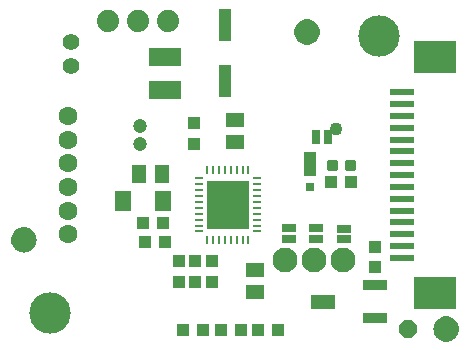
<source format=gts>
G75*
%MOIN*%
%OFA0B0*%
%FSLAX25Y25*%
%IPPOS*%
%LPD*%
%AMOC8*
5,1,8,0,0,1.08239X$1,22.5*
%
%ADD10C,0.13780*%
%ADD11C,0.04331*%
%ADD12R,0.04252X0.04134*%
%ADD13R,0.03937X0.11024*%
%ADD14R,0.07874X0.03543*%
%ADD15R,0.07874X0.05118*%
%ADD16R,0.03937X0.04331*%
%ADD17R,0.04134X0.04252*%
%ADD18C,0.00500*%
%ADD19R,0.07874X0.02402*%
%ADD20R,0.14173X0.10551*%
%ADD21C,0.07400*%
%ADD22C,0.06299*%
%ADD23C,0.05600*%
%ADD24R,0.03150X0.00984*%
%ADD25R,0.00984X0.03150*%
%ADD26R,0.14370X0.16339*%
%ADD27R,0.10630X0.06299*%
%ADD28R,0.04331X0.07874*%
%ADD29R,0.03150X0.03150*%
%ADD30R,0.05512X0.07087*%
%ADD31R,0.05118X0.05906*%
%ADD32C,0.04724*%
%ADD33R,0.05906X0.05118*%
%ADD34R,0.04331X0.03937*%
%ADD35C,0.00875*%
%ADD36R,0.02500X0.05000*%
%ADD37R,0.05000X0.02500*%
%ADD38OC8,0.06000*%
%ADD39C,0.08268*%
D10*
X0084052Y0087644D03*
X0193698Y0180164D03*
D11*
X0179327Y0149140D03*
D12*
X0132128Y0151119D03*
X0132128Y0144229D03*
X0132513Y0105078D03*
X0137913Y0105078D03*
X0137913Y0098188D03*
X0132513Y0098188D03*
X0127013Y0098188D03*
X0127013Y0105078D03*
D13*
X0142553Y0165260D03*
X0142553Y0183764D03*
D14*
X0192516Y0097093D03*
X0192516Y0086070D03*
D15*
X0175194Y0091581D03*
D16*
X0147760Y0082233D03*
X0141067Y0082233D03*
X0134960Y0082233D03*
X0128267Y0082233D03*
D17*
X0153268Y0082233D03*
X0160158Y0082233D03*
X0122458Y0111333D03*
X0115568Y0111333D03*
X0114968Y0117833D03*
X0121858Y0117833D03*
X0177668Y0131633D03*
X0184558Y0131633D03*
D18*
X0214145Y0085843D02*
X0213583Y0085449D01*
X0213097Y0084964D01*
X0212704Y0084402D01*
X0212414Y0083780D01*
X0212236Y0083117D01*
X0212176Y0082433D01*
X0212236Y0081750D01*
X0212414Y0081087D01*
X0212704Y0080465D01*
X0213097Y0079903D01*
X0213583Y0079417D01*
X0214145Y0079024D01*
X0214767Y0078734D01*
X0215430Y0078556D01*
X0216113Y0078496D01*
X0216797Y0078556D01*
X0217460Y0078734D01*
X0218082Y0079024D01*
X0218644Y0079417D01*
X0219129Y0079903D01*
X0219523Y0080465D01*
X0219813Y0081087D01*
X0219990Y0081750D01*
X0220050Y0082433D01*
X0219990Y0083117D01*
X0219813Y0083780D01*
X0219523Y0084402D01*
X0219129Y0084964D01*
X0218644Y0085449D01*
X0218082Y0085843D01*
X0217460Y0086133D01*
X0216797Y0086311D01*
X0216113Y0086370D01*
X0215430Y0086311D01*
X0214767Y0086133D01*
X0214145Y0085843D01*
X0214089Y0085804D02*
X0218138Y0085804D01*
X0218788Y0085305D02*
X0213438Y0085305D01*
X0212987Y0084807D02*
X0219239Y0084807D01*
X0219567Y0084308D02*
X0212660Y0084308D01*
X0212427Y0083810D02*
X0219799Y0083810D01*
X0219938Y0083311D02*
X0212288Y0083311D01*
X0212209Y0082812D02*
X0220017Y0082812D01*
X0220040Y0082314D02*
X0212187Y0082314D01*
X0212230Y0081815D02*
X0219996Y0081815D01*
X0219874Y0081317D02*
X0212352Y0081317D01*
X0212539Y0080818D02*
X0219688Y0080818D01*
X0219421Y0080320D02*
X0212805Y0080320D01*
X0213179Y0079821D02*
X0219048Y0079821D01*
X0218509Y0079323D02*
X0213718Y0079323D01*
X0214572Y0078824D02*
X0217654Y0078824D01*
X0216828Y0086302D02*
X0215398Y0086302D01*
X0171682Y0178024D02*
X0172244Y0178417D01*
X0172729Y0178903D01*
X0173123Y0179465D01*
X0173413Y0180087D01*
X0173590Y0180750D01*
X0173650Y0181433D01*
X0173590Y0182117D01*
X0173413Y0182780D01*
X0173123Y0183402D01*
X0172729Y0183964D01*
X0172244Y0184449D01*
X0171682Y0184843D01*
X0171060Y0185133D01*
X0170397Y0185311D01*
X0169713Y0185370D01*
X0169030Y0185311D01*
X0168367Y0185133D01*
X0167745Y0184843D01*
X0167183Y0184449D01*
X0166697Y0183964D01*
X0166304Y0183402D01*
X0166014Y0182780D01*
X0165836Y0182117D01*
X0165776Y0181433D01*
X0165836Y0180750D01*
X0166014Y0180087D01*
X0166304Y0179465D01*
X0166697Y0178903D01*
X0167183Y0178417D01*
X0167745Y0178024D01*
X0168367Y0177734D01*
X0169030Y0177556D01*
X0169713Y0177496D01*
X0170397Y0177556D01*
X0171060Y0177734D01*
X0171682Y0178024D01*
X0171688Y0178028D02*
X0167739Y0178028D01*
X0167073Y0178527D02*
X0172353Y0178527D01*
X0172815Y0179025D02*
X0166612Y0179025D01*
X0166276Y0179524D02*
X0173150Y0179524D01*
X0173383Y0180022D02*
X0166044Y0180022D01*
X0165897Y0180521D02*
X0173529Y0180521D01*
X0173614Y0181019D02*
X0165812Y0181019D01*
X0165784Y0181518D02*
X0173643Y0181518D01*
X0173599Y0182016D02*
X0165827Y0182016D01*
X0165943Y0182515D02*
X0173484Y0182515D01*
X0173304Y0183013D02*
X0166123Y0183013D01*
X0166381Y0183512D02*
X0173046Y0183512D01*
X0172683Y0184010D02*
X0166744Y0184010D01*
X0167268Y0184509D02*
X0172159Y0184509D01*
X0171329Y0185007D02*
X0168097Y0185007D01*
X0169332Y0177530D02*
X0170094Y0177530D01*
X0078723Y0114202D02*
X0079013Y0113580D01*
X0079190Y0112917D01*
X0079250Y0112233D01*
X0079190Y0111550D01*
X0079013Y0110887D01*
X0078723Y0110265D01*
X0078329Y0109703D01*
X0077844Y0109217D01*
X0077282Y0108824D01*
X0076660Y0108534D01*
X0075997Y0108356D01*
X0075313Y0108296D01*
X0074630Y0108356D01*
X0073967Y0108534D01*
X0073345Y0108824D01*
X0072783Y0109217D01*
X0072297Y0109703D01*
X0071904Y0110265D01*
X0071614Y0110887D01*
X0071436Y0111550D01*
X0071376Y0112233D01*
X0071436Y0112917D01*
X0071614Y0113580D01*
X0071904Y0114202D01*
X0072297Y0114764D01*
X0072783Y0115249D01*
X0073345Y0115643D01*
X0073967Y0115933D01*
X0074630Y0116111D01*
X0075313Y0116170D01*
X0075997Y0116111D01*
X0076660Y0115933D01*
X0077282Y0115643D01*
X0077844Y0115249D01*
X0078329Y0114764D01*
X0078723Y0114202D01*
X0078711Y0114219D02*
X0071916Y0114219D01*
X0071679Y0113720D02*
X0078947Y0113720D01*
X0079109Y0113222D02*
X0071518Y0113222D01*
X0071419Y0112723D02*
X0079207Y0112723D01*
X0079249Y0112225D02*
X0071377Y0112225D01*
X0071421Y0111726D02*
X0079206Y0111726D01*
X0079104Y0111228D02*
X0071522Y0111228D01*
X0071687Y0110729D02*
X0078939Y0110729D01*
X0078699Y0110231D02*
X0071928Y0110231D01*
X0072277Y0109732D02*
X0078350Y0109732D01*
X0077860Y0109234D02*
X0072766Y0109234D01*
X0073535Y0108735D02*
X0077092Y0108735D01*
X0078362Y0114717D02*
X0072265Y0114717D01*
X0072749Y0115216D02*
X0077877Y0115216D01*
X0077129Y0115714D02*
X0073498Y0115714D01*
D19*
X0201364Y0114079D03*
X0201364Y0110142D03*
X0201364Y0106205D03*
X0201364Y0118016D03*
X0201364Y0121953D03*
X0201364Y0125890D03*
X0201364Y0129827D03*
X0201364Y0133764D03*
X0201364Y0137701D03*
X0201364Y0141638D03*
X0201364Y0145575D03*
X0201364Y0149512D03*
X0201364Y0153449D03*
X0201364Y0157386D03*
X0201364Y0161323D03*
D20*
X0212387Y0173173D03*
X0212387Y0094433D03*
D21*
X0123513Y0185033D03*
X0113513Y0185033D03*
X0103513Y0185033D03*
D22*
X0089913Y0153581D03*
X0089913Y0145581D03*
X0089913Y0137707D03*
X0089913Y0129833D03*
X0089913Y0121959D03*
X0089913Y0114085D03*
D23*
X0091113Y0170296D03*
X0091113Y0178170D03*
D24*
X0133668Y0132692D03*
X0133668Y0130723D03*
X0133668Y0128755D03*
X0133668Y0126786D03*
X0133668Y0124818D03*
X0133668Y0122849D03*
X0133668Y0120881D03*
X0133668Y0118912D03*
X0133668Y0116944D03*
X0133668Y0114975D03*
X0152959Y0114975D03*
X0152959Y0116944D03*
X0152959Y0118912D03*
X0152959Y0120881D03*
X0152959Y0122849D03*
X0152959Y0124818D03*
X0152959Y0126786D03*
X0152959Y0128755D03*
X0152959Y0130723D03*
X0152959Y0132692D03*
D25*
X0150203Y0135448D03*
X0148235Y0135448D03*
X0146266Y0135448D03*
X0144298Y0135448D03*
X0142329Y0135448D03*
X0140360Y0135448D03*
X0138392Y0135448D03*
X0136423Y0135448D03*
X0136423Y0112219D03*
X0138392Y0112219D03*
X0140360Y0112219D03*
X0142329Y0112219D03*
X0144298Y0112219D03*
X0146266Y0112219D03*
X0148235Y0112219D03*
X0150203Y0112219D03*
D26*
X0143313Y0123833D03*
D27*
X0122313Y0162122D03*
X0122313Y0173145D03*
D28*
X0170613Y0137386D03*
D29*
X0170613Y0129906D03*
D30*
X0121806Y0125033D03*
X0108420Y0125033D03*
D31*
X0113773Y0134033D03*
X0121253Y0134033D03*
D32*
X0113913Y0144233D03*
X0113913Y0150233D03*
D33*
X0145713Y0152173D03*
X0145713Y0144693D03*
X0152313Y0102273D03*
X0152313Y0094793D03*
D34*
X0192513Y0103087D03*
X0192513Y0109780D03*
D35*
X0185426Y0135720D02*
X0182800Y0135720D01*
X0182800Y0138346D01*
X0185426Y0138346D01*
X0185426Y0135720D01*
X0185426Y0136594D02*
X0182800Y0136594D01*
X0182800Y0137468D02*
X0185426Y0137468D01*
X0185426Y0138342D02*
X0182800Y0138342D01*
X0179426Y0135720D02*
X0176800Y0135720D01*
X0176800Y0138346D01*
X0179426Y0138346D01*
X0179426Y0135720D01*
X0179426Y0136594D02*
X0176800Y0136594D01*
X0176800Y0137468D02*
X0179426Y0137468D01*
X0179426Y0138342D02*
X0176800Y0138342D01*
D36*
X0176813Y0146533D03*
X0172813Y0146533D03*
D37*
X0172813Y0116005D03*
X0172813Y0112462D03*
X0182013Y0112362D03*
X0182013Y0115905D03*
X0163713Y0116005D03*
X0163713Y0112462D03*
D38*
X0203313Y0082433D03*
D39*
X0181713Y0105633D03*
X0172013Y0105633D03*
X0162513Y0105633D03*
M02*

</source>
